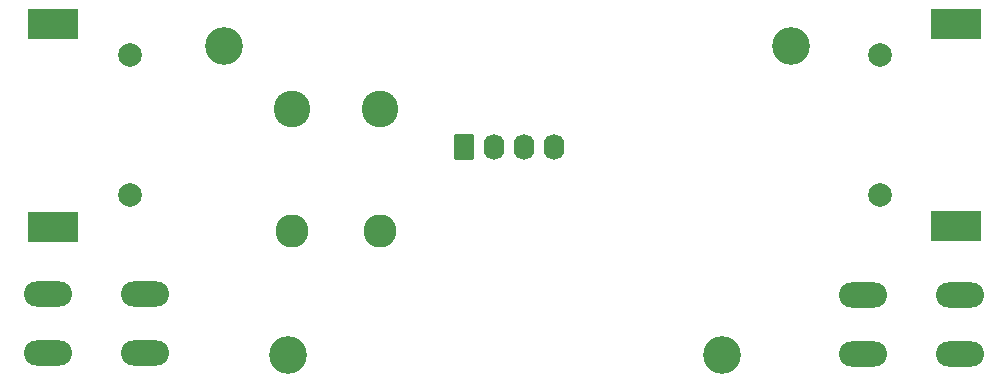
<source format=gbs>
G04 #@! TF.GenerationSoftware,KiCad,Pcbnew,7.0.9*
G04 #@! TF.CreationDate,2024-08-07T11:51:21-05:00*
G04 #@! TF.ProjectId,led_segment,6c65645f-7365-4676-9d65-6e742e6b6963,rev?*
G04 #@! TF.SameCoordinates,Original*
G04 #@! TF.FileFunction,Soldermask,Bot*
G04 #@! TF.FilePolarity,Negative*
%FSLAX46Y46*%
G04 Gerber Fmt 4.6, Leading zero omitted, Abs format (unit mm)*
G04 Created by KiCad (PCBNEW 7.0.9) date 2024-08-07 11:51:21*
%MOMM*%
%LPD*%
G01*
G04 APERTURE LIST*
G04 Aperture macros list*
%AMRoundRect*
0 Rectangle with rounded corners*
0 $1 Rounding radius*
0 $2 $3 $4 $5 $6 $7 $8 $9 X,Y pos of 4 corners*
0 Add a 4 corners polygon primitive as box body*
4,1,4,$2,$3,$4,$5,$6,$7,$8,$9,$2,$3,0*
0 Add four circle primitives for the rounded corners*
1,1,$1+$1,$2,$3*
1,1,$1+$1,$4,$5*
1,1,$1+$1,$6,$7*
1,1,$1+$1,$8,$9*
0 Add four rect primitives between the rounded corners*
20,1,$1+$1,$2,$3,$4,$5,0*
20,1,$1+$1,$4,$5,$6,$7,0*
20,1,$1+$1,$6,$7,$8,$9,0*
20,1,$1+$1,$8,$9,$2,$3,0*%
G04 Aperture macros list end*
%ADD10R,4.300000X2.550000*%
%ADD11C,2.000000*%
%ADD12C,2.804000*%
%ADD13C,3.104000*%
%ADD14O,4.064800X2.134400*%
%ADD15C,3.200000*%
%ADD16RoundRect,0.250000X-0.620000X-0.845000X0.620000X-0.845000X0.620000X0.845000X-0.620000X0.845000X0*%
%ADD17O,1.740000X2.190000*%
G04 APERTURE END LIST*
D10*
X224790000Y-138532000D03*
D11*
X218290000Y-135897000D03*
X218290000Y-124047000D03*
D10*
X224790000Y-121412000D03*
X148336000Y-121426000D03*
D11*
X154836000Y-124061000D03*
X154836000Y-135911000D03*
D10*
X148336000Y-138546000D03*
D12*
X176024000Y-138881000D03*
D13*
X176024000Y-128581000D03*
D12*
X168524000Y-138881000D03*
D13*
X168524000Y-128581000D03*
D14*
X156090000Y-149276000D03*
X147890000Y-149276000D03*
X156090000Y-144276000D03*
X147890000Y-144276000D03*
D15*
X204913000Y-149417000D03*
D14*
X216882000Y-144349984D03*
X225082000Y-144349984D03*
X216882000Y-149349984D03*
X225082000Y-149349984D03*
D15*
X210755000Y-123255000D03*
X168210000Y-149417000D03*
D16*
X183134000Y-131776500D03*
D17*
X185674000Y-131776500D03*
X188214000Y-131776500D03*
X190754000Y-131776500D03*
D15*
X162749000Y-123255000D03*
M02*

</source>
